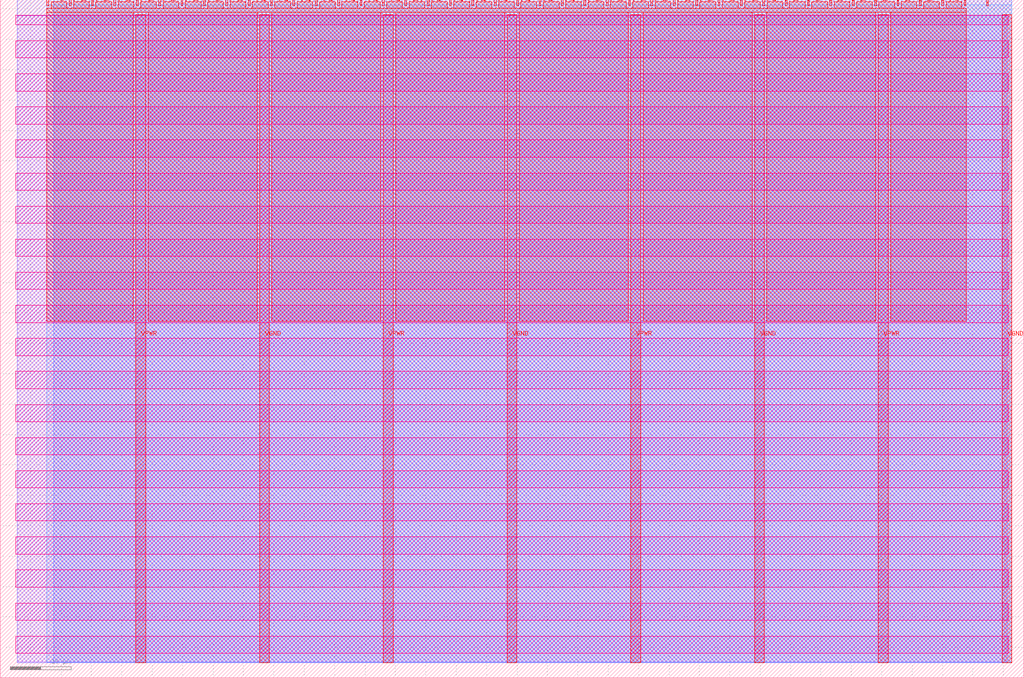
<source format=lef>
VERSION 5.7 ;
  NOWIREEXTENSIONATPIN ON ;
  DIVIDERCHAR "/" ;
  BUSBITCHARS "[]" ;
MACRO tt_um_uninorte
  CLASS BLOCK ;
  FOREIGN tt_um_uninorte ;
  ORIGIN 0.000 0.000 ;
  SIZE 168.360 BY 111.520 ;
  PIN VGND
    DIRECTION INOUT ;
    USE GROUND ;
    PORT
      LAYER met4 ;
        RECT 42.670 2.480 44.270 109.040 ;
    END
    PORT
      LAYER met4 ;
        RECT 83.380 2.480 84.980 109.040 ;
    END
    PORT
      LAYER met4 ;
        RECT 124.090 2.480 125.690 109.040 ;
    END
    PORT
      LAYER met4 ;
        RECT 164.800 2.480 166.400 109.040 ;
    END
  END VGND
  PIN VPWR
    DIRECTION INOUT ;
    USE POWER ;
    PORT
      LAYER met4 ;
        RECT 22.315 2.480 23.915 109.040 ;
    END
    PORT
      LAYER met4 ;
        RECT 63.025 2.480 64.625 109.040 ;
    END
    PORT
      LAYER met4 ;
        RECT 103.735 2.480 105.335 109.040 ;
    END
    PORT
      LAYER met4 ;
        RECT 144.445 2.480 146.045 109.040 ;
    END
  END VPWR
  PIN clk
    DIRECTION INPUT ;
    USE SIGNAL ;
    ANTENNAGATEAREA 0.852000 ;
    PORT
      LAYER met4 ;
        RECT 158.550 110.520 158.850 111.520 ;
    END
  END clk
  PIN ena
    DIRECTION INPUT ;
    USE SIGNAL ;
    PORT
      LAYER met4 ;
        RECT 162.230 110.520 162.530 111.520 ;
    END
  END ena
  PIN rst_n
    DIRECTION INPUT ;
    USE SIGNAL ;
    PORT
      LAYER met4 ;
        RECT 154.870 110.520 155.170 111.520 ;
    END
  END rst_n
  PIN ui_in[0]
    DIRECTION INPUT ;
    USE SIGNAL ;
    ANTENNAGATEAREA 0.213000 ;
    PORT
      LAYER met4 ;
        RECT 151.190 110.520 151.490 111.520 ;
    END
  END ui_in[0]
  PIN ui_in[1]
    DIRECTION INPUT ;
    USE SIGNAL ;
    ANTENNAGATEAREA 0.159000 ;
    PORT
      LAYER met4 ;
        RECT 147.510 110.520 147.810 111.520 ;
    END
  END ui_in[1]
  PIN ui_in[2]
    DIRECTION INPUT ;
    USE SIGNAL ;
    ANTENNAGATEAREA 0.196500 ;
    PORT
      LAYER met4 ;
        RECT 143.830 110.520 144.130 111.520 ;
    END
  END ui_in[2]
  PIN ui_in[3]
    DIRECTION INPUT ;
    USE SIGNAL ;
    ANTENNAGATEAREA 0.159000 ;
    PORT
      LAYER met4 ;
        RECT 140.150 110.520 140.450 111.520 ;
    END
  END ui_in[3]
  PIN ui_in[4]
    DIRECTION INPUT ;
    USE SIGNAL ;
    ANTENNAGATEAREA 0.196500 ;
    PORT
      LAYER met4 ;
        RECT 136.470 110.520 136.770 111.520 ;
    END
  END ui_in[4]
  PIN ui_in[5]
    DIRECTION INPUT ;
    USE SIGNAL ;
    ANTENNAGATEAREA 0.159000 ;
    PORT
      LAYER met4 ;
        RECT 132.790 110.520 133.090 111.520 ;
    END
  END ui_in[5]
  PIN ui_in[6]
    DIRECTION INPUT ;
    USE SIGNAL ;
    ANTENNAGATEAREA 0.196500 ;
    PORT
      LAYER met4 ;
        RECT 129.110 110.520 129.410 111.520 ;
    END
  END ui_in[6]
  PIN ui_in[7]
    DIRECTION INPUT ;
    USE SIGNAL ;
    ANTENNAGATEAREA 0.213000 ;
    PORT
      LAYER met4 ;
        RECT 125.430 110.520 125.730 111.520 ;
    END
  END ui_in[7]
  PIN uio_in[0]
    DIRECTION INPUT ;
    USE SIGNAL ;
    ANTENNAGATEAREA 0.196500 ;
    PORT
      LAYER met4 ;
        RECT 121.750 110.520 122.050 111.520 ;
    END
  END uio_in[0]
  PIN uio_in[1]
    DIRECTION INPUT ;
    USE SIGNAL ;
    ANTENNAGATEAREA 0.213000 ;
    PORT
      LAYER met4 ;
        RECT 118.070 110.520 118.370 111.520 ;
    END
  END uio_in[1]
  PIN uio_in[2]
    DIRECTION INPUT ;
    USE SIGNAL ;
    ANTENNAGATEAREA 0.213000 ;
    PORT
      LAYER met4 ;
        RECT 114.390 110.520 114.690 111.520 ;
    END
  END uio_in[2]
  PIN uio_in[3]
    DIRECTION INPUT ;
    USE SIGNAL ;
    ANTENNAGATEAREA 0.159000 ;
    PORT
      LAYER met4 ;
        RECT 110.710 110.520 111.010 111.520 ;
    END
  END uio_in[3]
  PIN uio_in[4]
    DIRECTION INPUT ;
    USE SIGNAL ;
    ANTENNAGATEAREA 0.196500 ;
    PORT
      LAYER met4 ;
        RECT 107.030 110.520 107.330 111.520 ;
    END
  END uio_in[4]
  PIN uio_in[5]
    DIRECTION INPUT ;
    USE SIGNAL ;
    ANTENNAGATEAREA 0.159000 ;
    PORT
      LAYER met4 ;
        RECT 103.350 110.520 103.650 111.520 ;
    END
  END uio_in[5]
  PIN uio_in[6]
    DIRECTION INPUT ;
    USE SIGNAL ;
    ANTENNAGATEAREA 0.213000 ;
    PORT
      LAYER met4 ;
        RECT 99.670 110.520 99.970 111.520 ;
    END
  END uio_in[6]
  PIN uio_in[7]
    DIRECTION INPUT ;
    USE SIGNAL ;
    ANTENNAGATEAREA 0.196500 ;
    PORT
      LAYER met4 ;
        RECT 95.990 110.520 96.290 111.520 ;
    END
  END uio_in[7]
  PIN uio_oe[0]
    DIRECTION OUTPUT TRISTATE ;
    USE SIGNAL ;
    PORT
      LAYER met4 ;
        RECT 33.430 110.520 33.730 111.520 ;
    END
  END uio_oe[0]
  PIN uio_oe[1]
    DIRECTION OUTPUT TRISTATE ;
    USE SIGNAL ;
    PORT
      LAYER met4 ;
        RECT 29.750 110.520 30.050 111.520 ;
    END
  END uio_oe[1]
  PIN uio_oe[2]
    DIRECTION OUTPUT TRISTATE ;
    USE SIGNAL ;
    PORT
      LAYER met4 ;
        RECT 26.070 110.520 26.370 111.520 ;
    END
  END uio_oe[2]
  PIN uio_oe[3]
    DIRECTION OUTPUT TRISTATE ;
    USE SIGNAL ;
    PORT
      LAYER met4 ;
        RECT 22.390 110.520 22.690 111.520 ;
    END
  END uio_oe[3]
  PIN uio_oe[4]
    DIRECTION OUTPUT TRISTATE ;
    USE SIGNAL ;
    PORT
      LAYER met4 ;
        RECT 18.710 110.520 19.010 111.520 ;
    END
  END uio_oe[4]
  PIN uio_oe[5]
    DIRECTION OUTPUT TRISTATE ;
    USE SIGNAL ;
    PORT
      LAYER met4 ;
        RECT 15.030 110.520 15.330 111.520 ;
    END
  END uio_oe[5]
  PIN uio_oe[6]
    DIRECTION OUTPUT TRISTATE ;
    USE SIGNAL ;
    PORT
      LAYER met4 ;
        RECT 11.350 110.520 11.650 111.520 ;
    END
  END uio_oe[6]
  PIN uio_oe[7]
    DIRECTION OUTPUT TRISTATE ;
    USE SIGNAL ;
    PORT
      LAYER met4 ;
        RECT 7.670 110.520 7.970 111.520 ;
    END
  END uio_oe[7]
  PIN uio_out[0]
    DIRECTION OUTPUT TRISTATE ;
    USE SIGNAL ;
    PORT
      LAYER met4 ;
        RECT 62.870 110.520 63.170 111.520 ;
    END
  END uio_out[0]
  PIN uio_out[1]
    DIRECTION OUTPUT TRISTATE ;
    USE SIGNAL ;
    PORT
      LAYER met4 ;
        RECT 59.190 110.520 59.490 111.520 ;
    END
  END uio_out[1]
  PIN uio_out[2]
    DIRECTION OUTPUT TRISTATE ;
    USE SIGNAL ;
    PORT
      LAYER met4 ;
        RECT 55.510 110.520 55.810 111.520 ;
    END
  END uio_out[2]
  PIN uio_out[3]
    DIRECTION OUTPUT TRISTATE ;
    USE SIGNAL ;
    PORT
      LAYER met4 ;
        RECT 51.830 110.520 52.130 111.520 ;
    END
  END uio_out[3]
  PIN uio_out[4]
    DIRECTION OUTPUT TRISTATE ;
    USE SIGNAL ;
    PORT
      LAYER met4 ;
        RECT 48.150 110.520 48.450 111.520 ;
    END
  END uio_out[4]
  PIN uio_out[5]
    DIRECTION OUTPUT TRISTATE ;
    USE SIGNAL ;
    PORT
      LAYER met4 ;
        RECT 44.470 110.520 44.770 111.520 ;
    END
  END uio_out[5]
  PIN uio_out[6]
    DIRECTION OUTPUT TRISTATE ;
    USE SIGNAL ;
    PORT
      LAYER met4 ;
        RECT 40.790 110.520 41.090 111.520 ;
    END
  END uio_out[6]
  PIN uio_out[7]
    DIRECTION OUTPUT TRISTATE ;
    USE SIGNAL ;
    PORT
      LAYER met4 ;
        RECT 37.110 110.520 37.410 111.520 ;
    END
  END uio_out[7]
  PIN uo_out[0]
    DIRECTION OUTPUT TRISTATE ;
    USE SIGNAL ;
    ANTENNADIFFAREA 0.891000 ;
    PORT
      LAYER met4 ;
        RECT 92.310 110.520 92.610 111.520 ;
    END
  END uo_out[0]
  PIN uo_out[1]
    DIRECTION OUTPUT TRISTATE ;
    USE SIGNAL ;
    ANTENNADIFFAREA 0.891000 ;
    PORT
      LAYER met4 ;
        RECT 88.630 110.520 88.930 111.520 ;
    END
  END uo_out[1]
  PIN uo_out[2]
    DIRECTION OUTPUT TRISTATE ;
    USE SIGNAL ;
    ANTENNADIFFAREA 0.445500 ;
    PORT
      LAYER met4 ;
        RECT 84.950 110.520 85.250 111.520 ;
    END
  END uo_out[2]
  PIN uo_out[3]
    DIRECTION OUTPUT TRISTATE ;
    USE SIGNAL ;
    ANTENNADIFFAREA 0.891000 ;
    PORT
      LAYER met4 ;
        RECT 81.270 110.520 81.570 111.520 ;
    END
  END uo_out[3]
  PIN uo_out[4]
    DIRECTION OUTPUT TRISTATE ;
    USE SIGNAL ;
    ANTENNADIFFAREA 0.445500 ;
    PORT
      LAYER met4 ;
        RECT 77.590 110.520 77.890 111.520 ;
    END
  END uo_out[4]
  PIN uo_out[5]
    DIRECTION OUTPUT TRISTATE ;
    USE SIGNAL ;
    ANTENNADIFFAREA 0.891000 ;
    PORT
      LAYER met4 ;
        RECT 73.910 110.520 74.210 111.520 ;
    END
  END uo_out[5]
  PIN uo_out[6]
    DIRECTION OUTPUT TRISTATE ;
    USE SIGNAL ;
    ANTENNADIFFAREA 0.891000 ;
    PORT
      LAYER met4 ;
        RECT 70.230 110.520 70.530 111.520 ;
    END
  END uo_out[6]
  PIN uo_out[7]
    DIRECTION OUTPUT TRISTATE ;
    USE SIGNAL ;
    PORT
      LAYER met4 ;
        RECT 66.550 110.520 66.850 111.520 ;
    END
  END uo_out[7]
  OBS
      LAYER nwell ;
        RECT 2.570 107.385 165.790 108.990 ;
        RECT 2.570 101.945 165.790 104.775 ;
        RECT 2.570 96.505 165.790 99.335 ;
        RECT 2.570 91.065 165.790 93.895 ;
        RECT 2.570 85.625 165.790 88.455 ;
        RECT 2.570 80.185 165.790 83.015 ;
        RECT 2.570 74.745 165.790 77.575 ;
        RECT 2.570 69.305 165.790 72.135 ;
        RECT 2.570 63.865 165.790 66.695 ;
        RECT 2.570 58.425 165.790 61.255 ;
        RECT 2.570 52.985 165.790 55.815 ;
        RECT 2.570 47.545 165.790 50.375 ;
        RECT 2.570 42.105 165.790 44.935 ;
        RECT 2.570 36.665 165.790 39.495 ;
        RECT 2.570 31.225 165.790 34.055 ;
        RECT 2.570 25.785 165.790 28.615 ;
        RECT 2.570 20.345 165.790 23.175 ;
        RECT 2.570 14.905 165.790 17.735 ;
        RECT 2.570 9.465 165.790 12.295 ;
        RECT 2.570 4.025 165.790 6.855 ;
      LAYER li1 ;
        RECT 2.760 2.635 165.600 108.885 ;
      LAYER met1 ;
        RECT 2.760 2.480 166.400 111.480 ;
      LAYER met2 ;
        RECT 8.830 2.535 166.370 111.510 ;
      LAYER met3 ;
        RECT 7.630 2.555 166.390 110.665 ;
      LAYER met4 ;
        RECT 8.370 110.120 10.950 111.170 ;
        RECT 12.050 110.120 14.630 111.170 ;
        RECT 15.730 110.120 18.310 111.170 ;
        RECT 19.410 110.120 21.990 111.170 ;
        RECT 23.090 110.120 25.670 111.170 ;
        RECT 26.770 110.120 29.350 111.170 ;
        RECT 30.450 110.120 33.030 111.170 ;
        RECT 34.130 110.120 36.710 111.170 ;
        RECT 37.810 110.120 40.390 111.170 ;
        RECT 41.490 110.120 44.070 111.170 ;
        RECT 45.170 110.120 47.750 111.170 ;
        RECT 48.850 110.120 51.430 111.170 ;
        RECT 52.530 110.120 55.110 111.170 ;
        RECT 56.210 110.120 58.790 111.170 ;
        RECT 59.890 110.120 62.470 111.170 ;
        RECT 63.570 110.120 66.150 111.170 ;
        RECT 67.250 110.120 69.830 111.170 ;
        RECT 70.930 110.120 73.510 111.170 ;
        RECT 74.610 110.120 77.190 111.170 ;
        RECT 78.290 110.120 80.870 111.170 ;
        RECT 81.970 110.120 84.550 111.170 ;
        RECT 85.650 110.120 88.230 111.170 ;
        RECT 89.330 110.120 91.910 111.170 ;
        RECT 93.010 110.120 95.590 111.170 ;
        RECT 96.690 110.120 99.270 111.170 ;
        RECT 100.370 110.120 102.950 111.170 ;
        RECT 104.050 110.120 106.630 111.170 ;
        RECT 107.730 110.120 110.310 111.170 ;
        RECT 111.410 110.120 113.990 111.170 ;
        RECT 115.090 110.120 117.670 111.170 ;
        RECT 118.770 110.120 121.350 111.170 ;
        RECT 122.450 110.120 125.030 111.170 ;
        RECT 126.130 110.120 128.710 111.170 ;
        RECT 129.810 110.120 132.390 111.170 ;
        RECT 133.490 110.120 136.070 111.170 ;
        RECT 137.170 110.120 139.750 111.170 ;
        RECT 140.850 110.120 143.430 111.170 ;
        RECT 144.530 110.120 147.110 111.170 ;
        RECT 148.210 110.120 150.790 111.170 ;
        RECT 151.890 110.120 154.470 111.170 ;
        RECT 155.570 110.120 158.150 111.170 ;
        RECT 7.655 109.440 158.865 110.120 ;
        RECT 7.655 58.655 21.915 109.440 ;
        RECT 24.315 58.655 42.270 109.440 ;
        RECT 44.670 58.655 62.625 109.440 ;
        RECT 65.025 58.655 82.980 109.440 ;
        RECT 85.380 58.655 103.335 109.440 ;
        RECT 105.735 58.655 123.690 109.440 ;
        RECT 126.090 58.655 144.045 109.440 ;
        RECT 146.445 58.655 158.865 109.440 ;
  END
END tt_um_uninorte
END LIBRARY


</source>
